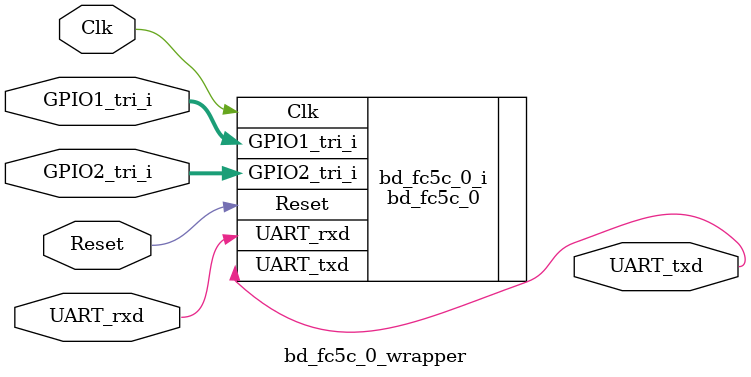
<source format=v>
`timescale 1 ps / 1 ps

module bd_fc5c_0_wrapper
   (Clk,
    GPIO1_tri_i,
    GPIO2_tri_i,
    Reset,
    UART_rxd,
    UART_txd);
  input Clk;
  input [31:0]GPIO1_tri_i;
  input [31:0]GPIO2_tri_i;
  input Reset;
  input UART_rxd;
  output UART_txd;

  wire Clk;
  wire [31:0]GPIO1_tri_i;
  wire [31:0]GPIO2_tri_i;
  wire Reset;
  wire UART_rxd;
  wire UART_txd;

  bd_fc5c_0 bd_fc5c_0_i
       (.Clk(Clk),
        .GPIO1_tri_i(GPIO1_tri_i),
        .GPIO2_tri_i(GPIO2_tri_i),
        .Reset(Reset),
        .UART_rxd(UART_rxd),
        .UART_txd(UART_txd));
endmodule

</source>
